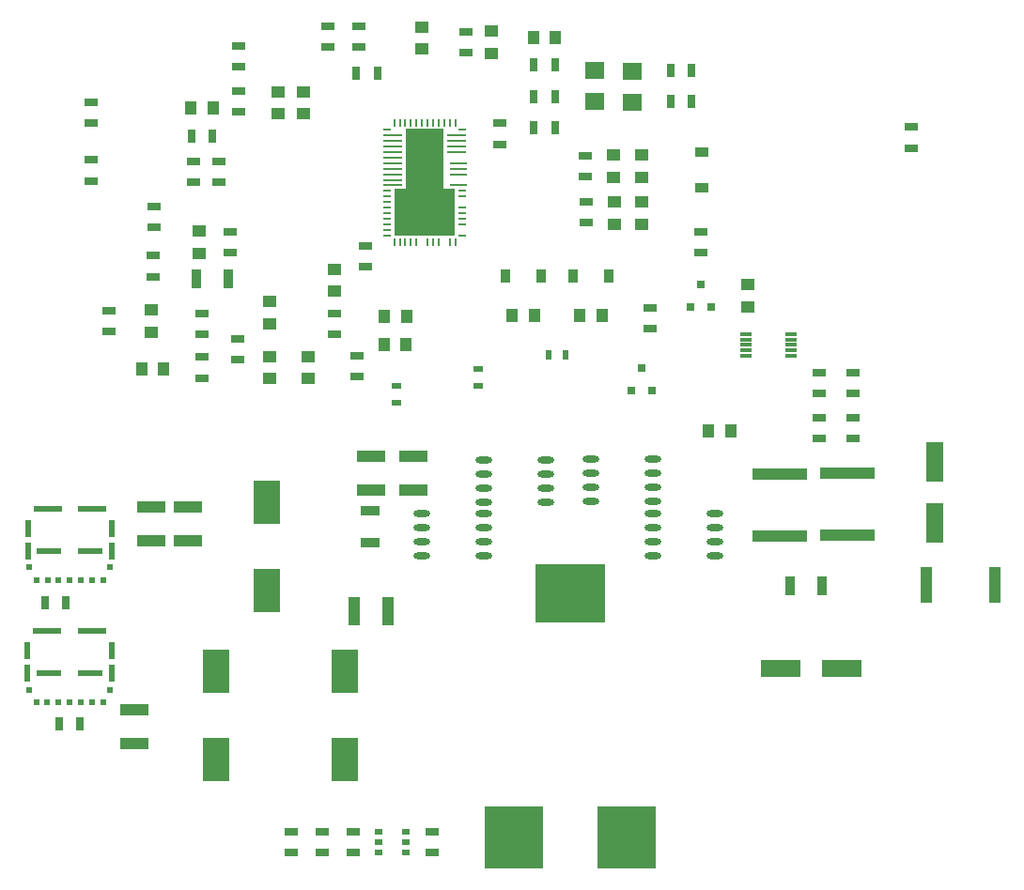
<source format=gtp>
G04 #@! TF.FileFunction,Paste,Top*
%FSLAX46Y46*%
G04 Gerber Fmt 4.6, Leading zero omitted, Abs format (unit mm)*
G04 Created by KiCad (PCBNEW 4.0.5+dfsg1-4) date Wed Feb  8 16:57:30 2017*
%MOMM*%
%LPD*%
G01*
G04 APERTURE LIST*
%ADD10C,0.100000*%
%ADD11R,1.250000X1.000000*%
%ADD12R,1.000000X1.250000*%
%ADD13R,0.910000X1.220000*%
%ADD14R,0.800000X0.550000*%
%ADD15O,1.473200X0.609600*%
%ADD16R,0.800100X0.800100*%
%ADD17R,1.300000X0.700000*%
%ADD18R,0.700000X1.300000*%
%ADD19R,0.600000X0.600000*%
%ADD20R,0.575000X1.500000*%
%ADD21R,2.250000X0.500000*%
%ADD22R,2.500000X0.575000*%
%ADD23R,0.700000X0.250000*%
%ADD24R,1.800000X0.250000*%
%ADD25R,0.250000X0.700000*%
%ADD26R,1.500000X0.250000*%
%ADD27R,3.500000X5.400000*%
%ADD28R,5.500000X4.350000*%
%ADD29R,1.016000X0.343000*%
%ADD30R,6.350000X5.283200*%
%ADD31R,5.334000X5.588000*%
%ADD32R,1.800860X1.597660*%
%ADD33R,0.500000X0.900000*%
%ADD34R,0.900000X0.500000*%
%ADD35R,2.400300X4.000500*%
%ADD36R,1.000000X2.500000*%
%ADD37R,2.500000X1.000000*%
%ADD38R,5.000000X1.000000*%
%ADD39R,1.600200X3.599180*%
%ADD40R,3.599180X1.600200*%
%ADD41R,1.220000X0.910000*%
%ADD42R,1.000000X3.200000*%
%ADD43R,1.700000X0.900000*%
%ADD44R,0.900000X1.700000*%
G04 APERTURE END LIST*
D10*
D11*
X114554000Y-91202000D03*
X114554000Y-93202000D03*
X128651000Y-95393000D03*
X128651000Y-97393000D03*
D12*
X135550400Y-91795600D03*
X137550400Y-91795600D03*
X135525000Y-94361000D03*
X137525000Y-94361000D03*
D11*
X145161000Y-68056000D03*
X145161000Y-66056000D03*
X125222000Y-90440000D03*
X125222000Y-92440000D03*
D12*
X149082000Y-91694000D03*
X147082000Y-91694000D03*
X155178000Y-91694000D03*
X153178000Y-91694000D03*
D11*
X131064000Y-89519000D03*
X131064000Y-87519000D03*
X125222000Y-95393000D03*
X125222000Y-97393000D03*
X156210000Y-77232000D03*
X156210000Y-79232000D03*
X138938000Y-67675000D03*
X138938000Y-65675000D03*
X118872000Y-84090000D03*
X118872000Y-86090000D03*
D12*
X120126000Y-73025000D03*
X118126000Y-73025000D03*
D11*
X128270000Y-73517000D03*
X128270000Y-71517000D03*
X125984000Y-73517000D03*
X125984000Y-71517000D03*
D12*
X150987000Y-66675000D03*
X148987000Y-66675000D03*
X115681000Y-96520000D03*
X113681000Y-96520000D03*
X164756000Y-102076000D03*
X166756000Y-102076000D03*
D11*
X158756000Y-81476000D03*
X158756000Y-83476000D03*
X156256000Y-83476000D03*
X156256000Y-81476000D03*
X168275000Y-90916000D03*
X168275000Y-88916000D03*
D13*
X146447000Y-88138000D03*
X149717000Y-88138000D03*
X155813000Y-88138000D03*
X152543000Y-88138000D03*
D14*
X137470000Y-140142000D03*
X137470000Y-139192000D03*
X137470000Y-138242000D03*
X135070000Y-140142000D03*
X135070000Y-138242000D03*
X135070000Y-139192000D03*
D15*
X144526000Y-113411000D03*
X144526000Y-112141000D03*
X144526000Y-110871000D03*
X144526000Y-109601000D03*
X138938000Y-109601000D03*
X138938000Y-110871000D03*
X138938000Y-112141000D03*
X138938000Y-113411000D03*
X150114000Y-108585000D03*
X150114000Y-107315000D03*
X150114000Y-106045000D03*
X150114000Y-104775000D03*
X144526000Y-104775000D03*
X144526000Y-106045000D03*
X144526000Y-107315000D03*
X144526000Y-108585000D03*
X159766000Y-109601000D03*
X159766000Y-110871000D03*
X159766000Y-112141000D03*
X159766000Y-113411000D03*
X165354000Y-113411000D03*
X165354000Y-112141000D03*
X165354000Y-110871000D03*
X165354000Y-109601000D03*
X154178000Y-104648000D03*
X154178000Y-105918000D03*
X154178000Y-107188000D03*
X154178000Y-108458000D03*
X159766000Y-108458000D03*
X159766000Y-107188000D03*
X159766000Y-105918000D03*
X159766000Y-104648000D03*
D16*
X163134000Y-90916760D03*
X165034000Y-90916760D03*
X164084000Y-88917780D03*
D17*
X120650000Y-79690000D03*
X120650000Y-77790000D03*
X118364000Y-77790000D03*
X118364000Y-79690000D03*
X129920000Y-138242000D03*
X129920000Y-140142000D03*
X127126000Y-138242000D03*
X127126000Y-140142000D03*
X114681000Y-86299000D03*
X114681000Y-88199000D03*
D18*
X133035000Y-69850000D03*
X134935000Y-69850000D03*
D17*
X132714000Y-138242000D03*
X132714000Y-140142000D03*
X139826000Y-138242000D03*
X139826000Y-140142000D03*
X114808000Y-81854000D03*
X114808000Y-83754000D03*
X122428000Y-67376000D03*
X122428000Y-69276000D03*
X133096000Y-97216000D03*
X133096000Y-95316000D03*
X142875000Y-68006000D03*
X142875000Y-66106000D03*
X145923000Y-76261000D03*
X145923000Y-74361000D03*
X133223000Y-65598000D03*
X133223000Y-67498000D03*
X130429000Y-67498000D03*
X130429000Y-65598000D03*
X131064000Y-93406000D03*
X131064000Y-91506000D03*
X153670000Y-77282000D03*
X153670000Y-79182000D03*
X133858000Y-85410000D03*
X133858000Y-87310000D03*
D18*
X163256000Y-72390000D03*
X161356000Y-72390000D03*
X163256000Y-69596000D03*
X161356000Y-69596000D03*
X149037000Y-72009000D03*
X150937000Y-72009000D03*
X149037000Y-74803000D03*
X150937000Y-74803000D03*
D17*
X121666000Y-84140000D03*
X121666000Y-86040000D03*
D18*
X120076000Y-75565000D03*
X118176000Y-75565000D03*
D17*
X122428000Y-73340000D03*
X122428000Y-71440000D03*
D18*
X149037000Y-69088000D03*
X150937000Y-69088000D03*
D17*
X119126000Y-95443000D03*
X119126000Y-97343000D03*
X119126000Y-91506000D03*
X119126000Y-93406000D03*
X110744000Y-93152000D03*
X110744000Y-91252000D03*
X122301000Y-93792000D03*
X122301000Y-95692000D03*
X153756000Y-81426000D03*
X153756000Y-83326000D03*
X159512000Y-92898000D03*
X159512000Y-90998000D03*
X164084000Y-86040000D03*
X164084000Y-84140000D03*
D19*
X110854000Y-114420000D03*
X110204000Y-115570000D03*
X109204000Y-115570000D03*
X108204000Y-115570000D03*
X107204000Y-115570000D03*
X106204000Y-115570000D03*
X105204000Y-115570000D03*
X104204000Y-115570000D03*
X103554000Y-114420000D03*
D20*
X103416000Y-112920000D03*
X103416000Y-110920000D03*
X110992000Y-112945000D03*
X110992000Y-110920000D03*
D21*
X109079000Y-112920000D03*
X105329000Y-112920000D03*
D22*
X109204000Y-109132000D03*
X105204000Y-109132000D03*
D19*
X110838000Y-125444000D03*
X110188000Y-126594000D03*
X109188000Y-126594000D03*
X108188000Y-126594000D03*
X107188000Y-126594000D03*
X106188000Y-126594000D03*
X105188000Y-126594000D03*
X104188000Y-126594000D03*
X103538000Y-125444000D03*
D20*
X103400000Y-123944000D03*
X103400000Y-121944000D03*
X110976000Y-123969000D03*
X110976000Y-121944000D03*
D21*
X109063000Y-123944000D03*
X105313000Y-123944000D03*
D22*
X109188000Y-120156000D03*
X105188000Y-120156000D03*
D23*
X135792000Y-74973000D03*
D24*
X136342000Y-75473000D03*
X136342000Y-75973000D03*
X136342000Y-76473000D03*
X136342000Y-76973000D03*
X136342000Y-77473000D03*
X136342000Y-77973000D03*
X136342000Y-78473000D03*
X136342000Y-78973000D03*
X136342000Y-79473000D03*
X136342000Y-79973000D03*
D23*
X135792000Y-80473000D03*
X135792000Y-80973000D03*
X135792000Y-81473000D03*
X135792000Y-81973000D03*
X135792000Y-82473000D03*
X135792000Y-82973000D03*
X135792000Y-83473000D03*
X135792000Y-83973000D03*
X135792000Y-84473000D03*
D25*
X136442000Y-85123000D03*
X136942000Y-85123000D03*
X137442000Y-85123000D03*
X137942000Y-85123000D03*
X138442000Y-85123000D03*
X139442000Y-85123000D03*
X139942000Y-85123000D03*
X140442000Y-85123000D03*
X141442000Y-85123000D03*
X141942000Y-85123000D03*
D23*
X142592000Y-84473000D03*
X142592000Y-83473000D03*
X142592000Y-82973000D03*
X142592000Y-82473000D03*
X142592000Y-81973000D03*
X142592000Y-80973000D03*
X142592000Y-80473000D03*
D26*
X142192000Y-79973000D03*
X142192000Y-78973000D03*
X142192000Y-78473000D03*
X142192000Y-77973000D03*
D24*
X142042000Y-76973000D03*
X142042000Y-76473000D03*
X142042000Y-75973000D03*
X142042000Y-75473000D03*
D23*
X142592000Y-74973000D03*
D25*
X141942000Y-74323000D03*
X141442000Y-74323000D03*
X140942000Y-74323000D03*
X140442000Y-74323000D03*
X139942000Y-74323000D03*
X139442000Y-74323000D03*
X138942000Y-74323000D03*
X138442000Y-74323000D03*
X137942000Y-74323000D03*
X137442000Y-74323000D03*
X136942000Y-74323000D03*
X136442000Y-74323000D03*
D27*
X139192000Y-77573000D03*
D28*
X139192000Y-82423000D03*
D29*
X172223500Y-95363500D03*
X172223500Y-94863500D03*
X172223500Y-94363500D03*
X172223500Y-93863500D03*
X172223500Y-93363500D03*
X168131500Y-95363500D03*
X168131500Y-94863500D03*
X168131500Y-94363500D03*
X168131500Y-93863500D03*
X168131500Y-93363500D03*
D30*
X152273000Y-116738400D03*
D31*
X147193000Y-138811000D03*
X157353000Y-138811000D03*
D32*
X157886400Y-72489060D03*
X157886400Y-69649340D03*
X154482800Y-72438260D03*
X154482800Y-69598540D03*
D33*
X150380000Y-95250000D03*
X151880000Y-95250000D03*
D34*
X144018000Y-98032000D03*
X144018000Y-96532000D03*
X136652000Y-99556000D03*
X136652000Y-98056000D03*
D11*
X158750000Y-79232000D03*
X158750000Y-77232000D03*
D17*
X174752000Y-102804000D03*
X174752000Y-100904000D03*
X177800000Y-100904000D03*
X177800000Y-102804000D03*
X177800000Y-98740000D03*
X177800000Y-96840000D03*
X174752000Y-98740000D03*
X174752000Y-96840000D03*
D35*
X131956000Y-123776000D03*
X131956000Y-131777000D03*
X124968000Y-116522500D03*
X124968000Y-108521500D03*
X120396000Y-123776000D03*
X120396000Y-131777000D03*
D36*
X132866000Y-118364000D03*
X135866000Y-118364000D03*
D37*
X113030000Y-127278000D03*
X113030000Y-130278000D03*
X114554000Y-112014000D03*
X114554000Y-109014000D03*
X117856000Y-112014000D03*
X117856000Y-109014000D03*
X138176000Y-107418000D03*
X138176000Y-104418000D03*
X134366000Y-107418000D03*
X134366000Y-104418000D03*
D38*
X177292000Y-111512000D03*
X177292000Y-105912000D03*
X171196000Y-111576000D03*
X171196000Y-105976000D03*
D39*
X185166000Y-110446820D03*
X185166000Y-104945180D03*
D40*
X176806820Y-123576000D03*
X171305180Y-123576000D03*
D41*
X164156000Y-80211000D03*
X164156000Y-76941000D03*
D16*
X157806000Y-98476760D03*
X159706000Y-98476760D03*
X158756000Y-96477780D03*
D42*
X190556000Y-115976000D03*
X184356000Y-115976000D03*
D18*
X104968000Y-117602000D03*
X106868000Y-117602000D03*
X106238000Y-128524000D03*
X108138000Y-128524000D03*
D43*
X134256000Y-109326000D03*
X134256000Y-112226000D03*
D44*
X118606000Y-88376000D03*
X121506000Y-88376000D03*
X175006000Y-116076000D03*
X172106000Y-116076000D03*
D17*
X183081000Y-76601000D03*
X183081000Y-74701000D03*
X109106000Y-77651000D03*
X109106000Y-79551000D03*
X109106000Y-72451000D03*
X109106000Y-74351000D03*
M02*

</source>
